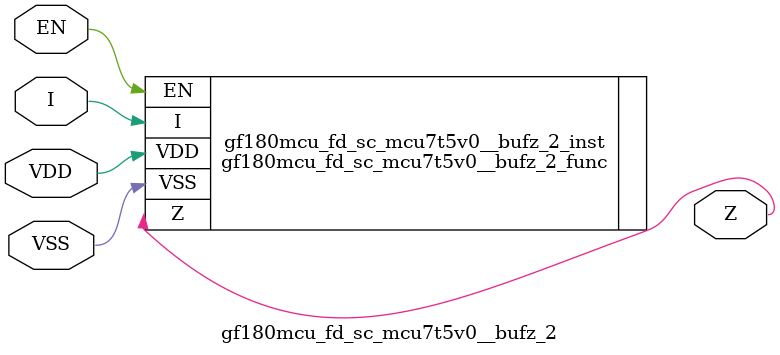
<source format=v>

module gf180mcu_fd_sc_mcu7t5v0__bufz_2( EN, I, Z, VDD, VSS );
input EN, I;
inout VDD, VSS;
output Z;

   `ifdef FUNCTIONAL  //  functional //

	gf180mcu_fd_sc_mcu7t5v0__bufz_2_func gf180mcu_fd_sc_mcu7t5v0__bufz_2_behav_inst(.EN(EN),.I(I),.Z(Z),.VDD(VDD),.VSS(VSS));

   `else

	gf180mcu_fd_sc_mcu7t5v0__bufz_2_func gf180mcu_fd_sc_mcu7t5v0__bufz_2_inst(.EN(EN),.I(I),.Z(Z),.VDD(VDD),.VSS(VSS));

	// spec_gates_begin


	// spec_gates_end



   specify

	// specify_block_begin

	// comb arc EN --> Z
	 (EN => Z) = (1.0,1.0);

	// comb arc I --> Z
	 (I => Z) = (1.0,1.0);

	// specify_block_end

   endspecify

   `endif

endmodule

</source>
